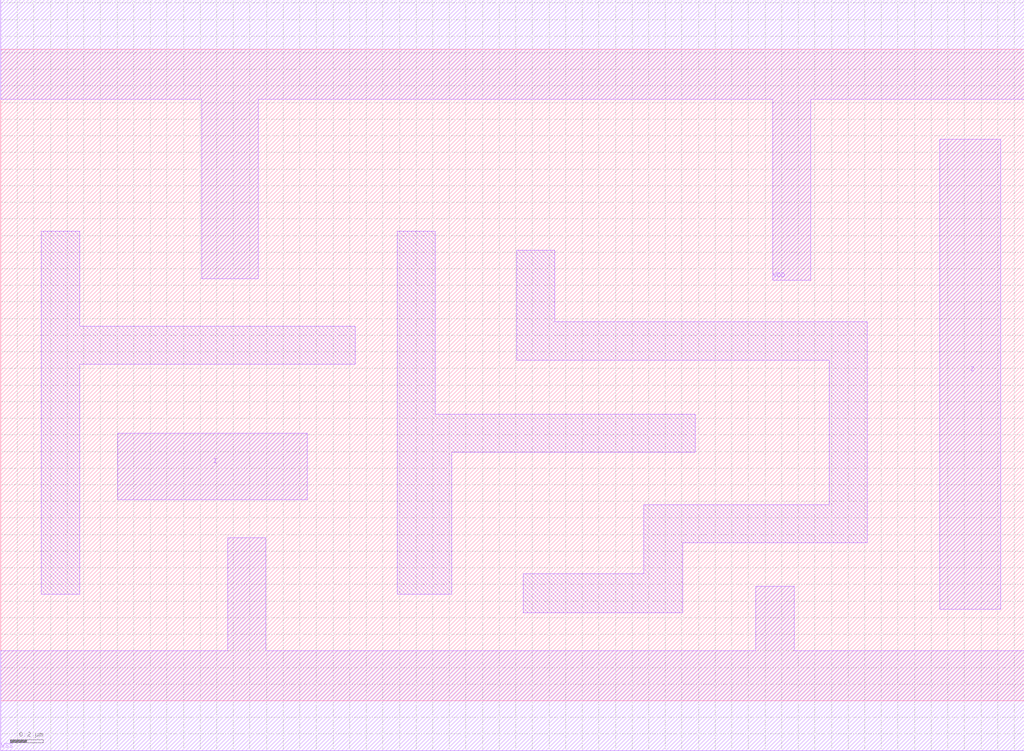
<source format=lef>
# Copyright 2022 GlobalFoundries PDK Authors
#
# Licensed under the Apache License, Version 2.0 (the "License");
# you may not use this file except in compliance with the License.
# You may obtain a copy of the License at
#
#      http://www.apache.org/licenses/LICENSE-2.0
#
# Unless required by applicable law or agreed to in writing, software
# distributed under the License is distributed on an "AS IS" BASIS,
# WITHOUT WARRANTIES OR CONDITIONS OF ANY KIND, either express or implied.
# See the License for the specific language governing permissions and
# limitations under the License.

MACRO gf180mcu_fd_sc_mcu7t5v0__dlya_1
  CLASS core ;
  FOREIGN gf180mcu_fd_sc_mcu7t5v0__dlya_1 0.0 0.0 ;
  ORIGIN 0 0 ;
  SYMMETRY X Y ;
  SITE GF018hv5v_mcu_sc7 ;
  SIZE 6.16 BY 3.92 ;
  PIN I
    DIRECTION INPUT ;
    ANTENNAGATEAREA 0.396 ;
    PORT
      LAYER METAL1 ;
        POLYGON 0.705 1.21 1.845 1.21 1.845 1.61 0.705 1.61  ;
    END
  END I
  PIN Z
    DIRECTION OUTPUT ;
    ANTENNADIFFAREA 0.8976 ;
    PORT
      LAYER METAL1 ;
        POLYGON 5.65 0.55 6.02 0.55 6.02 3.38 5.65 3.38  ;
    END
  END Z
  PIN VDD
    DIRECTION INOUT ;
    USE power ;
    SHAPE ABUTMENT ;
    PORT
      LAYER METAL1 ;
        POLYGON 0 3.62 1.21 3.62 1.21 2.54 1.55 2.54 1.55 3.62 2.135 3.62 4.645 3.62 4.645 2.53 4.875 2.53 4.875 3.62 5.215 3.62 6.16 3.62 6.16 4.22 5.215 4.22 2.135 4.22 0 4.22  ;
    END
  END VDD
  PIN VSS
    DIRECTION INOUT ;
    USE ground ;
    SHAPE ABUTMENT ;
    PORT
      LAYER METAL1 ;
        POLYGON 0 -0.3 6.16 -0.3 6.16 0.3 4.775 0.3 4.775 0.69 4.545 0.69 4.545 0.3 1.595 0.3 1.595 0.98 1.365 0.98 1.365 0.3 0 0.3  ;
    END
  END VSS
  OBS
      LAYER METAL1 ;
        POLYGON 0.245 0.64 0.475 0.64 0.475 2.025 2.135 2.025 2.135 2.255 0.475 2.255 0.475 2.825 0.245 2.825  ;
        POLYGON 2.385 0.64 2.715 0.64 2.715 1.495 4.18 1.495 4.18 1.725 2.615 1.725 2.615 2.825 2.385 2.825  ;
        POLYGON 3.105 2.05 4.985 2.05 4.985 1.18 3.87 1.18 3.87 0.765 3.145 0.765 3.145 0.53 4.105 0.53 4.105 0.95 5.215 0.95 5.215 2.28 3.335 2.28 3.335 2.71 3.105 2.71  ;
  END
END gf180mcu_fd_sc_mcu7t5v0__dlya_1

</source>
